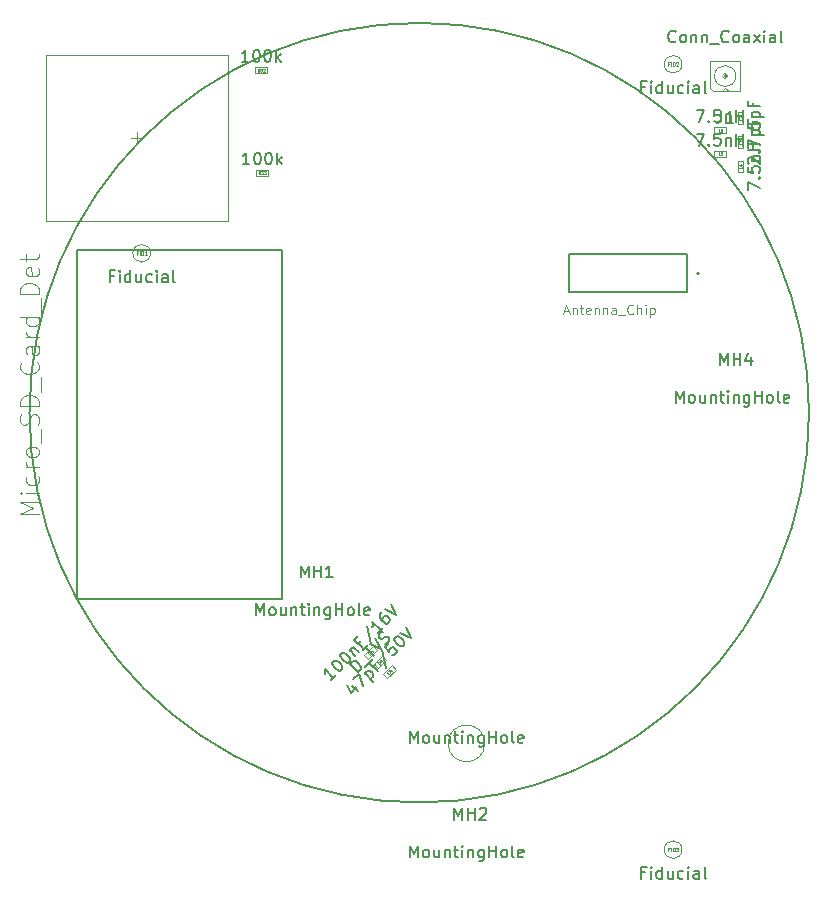
<source format=gbr>
G04 #@! TF.GenerationSoftware,KiCad,Pcbnew,5.1.6+dfsg1-1~bpo10+1*
G04 #@! TF.CreationDate,2021-06-19T16:41:49-04:00*
G04 #@! TF.ProjectId,RUSP_Daughterboard,52555350-5f44-4617-9567-68746572626f,rev?*
G04 #@! TF.SameCoordinates,Original*
G04 #@! TF.FileFunction,Other,Fab,Top*
%FSLAX46Y46*%
G04 Gerber Fmt 4.6, Leading zero omitted, Abs format (unit mm)*
G04 Created by KiCad (PCBNEW 5.1.6+dfsg1-1~bpo10+1) date 2021-06-19 16:41:49*
%MOMM*%
%LPD*%
G01*
G04 APERTURE LIST*
%ADD10C,0.200000*%
%ADD11C,0.120000*%
%ADD12C,0.127000*%
%ADD13C,0.100000*%
%ADD14C,0.150000*%
%ADD15C,0.015000*%
%ADD16C,0.040000*%
%ADD17C,0.050000*%
G04 APERTURE END LIST*
D10*
X183000000Y-100000000D02*
G75*
G03*
X183000000Y-100000000I-33000000J0D01*
G01*
D11*
X155552417Y-128000000D02*
G75*
G03*
X155552417Y-128000000I-1552417J0D01*
G01*
D10*
X173700000Y-88200000D02*
G75*
G03*
X173700000Y-88200000I-100000J0D01*
G01*
D12*
X162700000Y-89800000D02*
X172700000Y-89800000D01*
X162700000Y-86600000D02*
X162700000Y-89800000D01*
X172700000Y-86600000D02*
X162700000Y-86600000D01*
X172700000Y-89800000D02*
X172700000Y-86600000D01*
D13*
X176000000Y-77850000D02*
X176000000Y-78350000D01*
X176000000Y-78350000D02*
X175000000Y-78350000D01*
X175000000Y-78350000D02*
X175000000Y-77850000D01*
X175000000Y-77850000D02*
X176000000Y-77850000D01*
X175900000Y-72500000D02*
X176200000Y-72800000D01*
X175600000Y-72800000D02*
X175900000Y-72500000D01*
X175950000Y-71500000D02*
G75*
G03*
X175950000Y-71500000I-50000J0D01*
G01*
X176025000Y-71500000D02*
G75*
G03*
X176025000Y-71500000I-125000J0D01*
G01*
X176800000Y-71500000D02*
G75*
G03*
X176800000Y-71500000I-900000J0D01*
G01*
X174600000Y-70200000D02*
X177200000Y-70200000D01*
X174600000Y-70200000D02*
X174600000Y-72500000D01*
X174600000Y-72500000D02*
X174900000Y-72800000D01*
X177200000Y-70200000D02*
X177200000Y-72800000D01*
X174900000Y-72800000D02*
X177200000Y-72800000D01*
X176100000Y-71500000D02*
G75*
G03*
X176100000Y-71500000I-200000J0D01*
G01*
X177450000Y-75550000D02*
X176950000Y-75550000D01*
X176950000Y-75550000D02*
X176950000Y-74550000D01*
X176950000Y-74550000D02*
X177450000Y-74550000D01*
X177450000Y-74550000D02*
X177450000Y-75550000D01*
X177450000Y-77550000D02*
X176950000Y-77550000D01*
X176950000Y-77550000D02*
X176950000Y-76550000D01*
X176950000Y-76550000D02*
X177450000Y-76550000D01*
X177450000Y-76550000D02*
X177450000Y-77550000D01*
X146949670Y-122106777D02*
X147656777Y-121399670D01*
X147303223Y-122460330D02*
X146949670Y-122106777D01*
X148010330Y-121753223D02*
X147303223Y-122460330D01*
X147656777Y-121399670D02*
X148010330Y-121753223D01*
X146056777Y-119769670D02*
X146410330Y-120123223D01*
X146410330Y-120123223D02*
X145703223Y-120830330D01*
X145703223Y-120830330D02*
X145349670Y-120476777D01*
X145349670Y-120476777D02*
X146056777Y-119769670D01*
X146866777Y-120579670D02*
X147220330Y-120933223D01*
X147220330Y-120933223D02*
X146513223Y-121640330D01*
X146513223Y-121640330D02*
X146159670Y-121286777D01*
X146159670Y-121286777D02*
X146866777Y-120579670D01*
X127250000Y-86500000D02*
G75*
G03*
X127250000Y-86500000I-750000J0D01*
G01*
X172250000Y-70500000D02*
G75*
G03*
X172250000Y-70500000I-750000J0D01*
G01*
X172250000Y-137000000D02*
G75*
G03*
X172250000Y-137000000I-750000J0D01*
G01*
D14*
X138350000Y-115750000D02*
X121050000Y-115750000D01*
X121050000Y-115750000D02*
X121050000Y-86250000D01*
X121050000Y-86250000D02*
X138350000Y-86250000D01*
X138350000Y-86250000D02*
X138350000Y-115750000D01*
D13*
X118375000Y-69750000D02*
X118375000Y-83750000D01*
X118375000Y-69750000D02*
X133825000Y-69750000D01*
X118375000Y-83750000D02*
X133825000Y-83750000D01*
X133825000Y-69750000D02*
X133825000Y-83750000D01*
X125600000Y-76750000D02*
X126600000Y-76750000D01*
X126100000Y-76250000D02*
X126100000Y-77250000D01*
X136115000Y-70750000D02*
X137115000Y-70750000D01*
X136115000Y-71250000D02*
X136115000Y-70750000D01*
X137115000Y-71250000D02*
X136115000Y-71250000D01*
X137115000Y-70750000D02*
X137115000Y-71250000D01*
X137200000Y-79450000D02*
X137200000Y-79950000D01*
X137200000Y-79950000D02*
X136200000Y-79950000D01*
X136200000Y-79950000D02*
X136200000Y-79450000D01*
X136200000Y-79450000D02*
X137200000Y-79450000D01*
X175000000Y-75850000D02*
X176000000Y-75850000D01*
X175000000Y-76350000D02*
X175000000Y-75850000D01*
X176000000Y-76350000D02*
X175000000Y-76350000D01*
X176000000Y-75850000D02*
X176000000Y-76350000D01*
X177450000Y-79650000D02*
X176950000Y-79650000D01*
X176950000Y-79650000D02*
X176950000Y-78650000D01*
X176950000Y-78650000D02*
X177450000Y-78650000D01*
X177450000Y-78650000D02*
X177450000Y-79650000D01*
D14*
X149214285Y-127952380D02*
X149214285Y-126952380D01*
X149547619Y-127666666D01*
X149880952Y-126952380D01*
X149880952Y-127952380D01*
X150500000Y-127952380D02*
X150404761Y-127904761D01*
X150357142Y-127857142D01*
X150309523Y-127761904D01*
X150309523Y-127476190D01*
X150357142Y-127380952D01*
X150404761Y-127333333D01*
X150500000Y-127285714D01*
X150642857Y-127285714D01*
X150738095Y-127333333D01*
X150785714Y-127380952D01*
X150833333Y-127476190D01*
X150833333Y-127761904D01*
X150785714Y-127857142D01*
X150738095Y-127904761D01*
X150642857Y-127952380D01*
X150500000Y-127952380D01*
X151690476Y-127285714D02*
X151690476Y-127952380D01*
X151261904Y-127285714D02*
X151261904Y-127809523D01*
X151309523Y-127904761D01*
X151404761Y-127952380D01*
X151547619Y-127952380D01*
X151642857Y-127904761D01*
X151690476Y-127857142D01*
X152166666Y-127285714D02*
X152166666Y-127952380D01*
X152166666Y-127380952D02*
X152214285Y-127333333D01*
X152309523Y-127285714D01*
X152452380Y-127285714D01*
X152547619Y-127333333D01*
X152595238Y-127428571D01*
X152595238Y-127952380D01*
X152928571Y-127285714D02*
X153309523Y-127285714D01*
X153071428Y-126952380D02*
X153071428Y-127809523D01*
X153119047Y-127904761D01*
X153214285Y-127952380D01*
X153309523Y-127952380D01*
X153642857Y-127952380D02*
X153642857Y-127285714D01*
X153642857Y-126952380D02*
X153595238Y-127000000D01*
X153642857Y-127047619D01*
X153690476Y-127000000D01*
X153642857Y-126952380D01*
X153642857Y-127047619D01*
X154119047Y-127285714D02*
X154119047Y-127952380D01*
X154119047Y-127380952D02*
X154166666Y-127333333D01*
X154261904Y-127285714D01*
X154404761Y-127285714D01*
X154500000Y-127333333D01*
X154547619Y-127428571D01*
X154547619Y-127952380D01*
X155452380Y-127285714D02*
X155452380Y-128095238D01*
X155404761Y-128190476D01*
X155357142Y-128238095D01*
X155261904Y-128285714D01*
X155119047Y-128285714D01*
X155023809Y-128238095D01*
X155452380Y-127904761D02*
X155357142Y-127952380D01*
X155166666Y-127952380D01*
X155071428Y-127904761D01*
X155023809Y-127857142D01*
X154976190Y-127761904D01*
X154976190Y-127476190D01*
X155023809Y-127380952D01*
X155071428Y-127333333D01*
X155166666Y-127285714D01*
X155357142Y-127285714D01*
X155452380Y-127333333D01*
X155928571Y-127952380D02*
X155928571Y-126952380D01*
X155928571Y-127428571D02*
X156500000Y-127428571D01*
X156500000Y-127952380D02*
X156500000Y-126952380D01*
X157119047Y-127952380D02*
X157023809Y-127904761D01*
X156976190Y-127857142D01*
X156928571Y-127761904D01*
X156928571Y-127476190D01*
X156976190Y-127380952D01*
X157023809Y-127333333D01*
X157119047Y-127285714D01*
X157261904Y-127285714D01*
X157357142Y-127333333D01*
X157404761Y-127380952D01*
X157452380Y-127476190D01*
X157452380Y-127761904D01*
X157404761Y-127857142D01*
X157357142Y-127904761D01*
X157261904Y-127952380D01*
X157119047Y-127952380D01*
X158023809Y-127952380D02*
X157928571Y-127904761D01*
X157880952Y-127809523D01*
X157880952Y-126952380D01*
X158785714Y-127904761D02*
X158690476Y-127952380D01*
X158500000Y-127952380D01*
X158404761Y-127904761D01*
X158357142Y-127809523D01*
X158357142Y-127428571D01*
X158404761Y-127333333D01*
X158500000Y-127285714D01*
X158690476Y-127285714D01*
X158785714Y-127333333D01*
X158833333Y-127428571D01*
X158833333Y-127523809D01*
X158357142Y-127619047D01*
D15*
X162267428Y-91413333D02*
X162648380Y-91413333D01*
X162191238Y-91641904D02*
X162457904Y-90841904D01*
X162724571Y-91641904D01*
X162991238Y-91108571D02*
X162991238Y-91641904D01*
X162991238Y-91184761D02*
X163029333Y-91146666D01*
X163105523Y-91108571D01*
X163219809Y-91108571D01*
X163296000Y-91146666D01*
X163334095Y-91222857D01*
X163334095Y-91641904D01*
X163600761Y-91108571D02*
X163905523Y-91108571D01*
X163715047Y-90841904D02*
X163715047Y-91527619D01*
X163753142Y-91603809D01*
X163829333Y-91641904D01*
X163905523Y-91641904D01*
X164476952Y-91603809D02*
X164400761Y-91641904D01*
X164248380Y-91641904D01*
X164172190Y-91603809D01*
X164134095Y-91527619D01*
X164134095Y-91222857D01*
X164172190Y-91146666D01*
X164248380Y-91108571D01*
X164400761Y-91108571D01*
X164476952Y-91146666D01*
X164515047Y-91222857D01*
X164515047Y-91299047D01*
X164134095Y-91375238D01*
X164857904Y-91108571D02*
X164857904Y-91641904D01*
X164857904Y-91184761D02*
X164896000Y-91146666D01*
X164972190Y-91108571D01*
X165086476Y-91108571D01*
X165162666Y-91146666D01*
X165200761Y-91222857D01*
X165200761Y-91641904D01*
X165581714Y-91108571D02*
X165581714Y-91641904D01*
X165581714Y-91184761D02*
X165619809Y-91146666D01*
X165696000Y-91108571D01*
X165810285Y-91108571D01*
X165886476Y-91146666D01*
X165924571Y-91222857D01*
X165924571Y-91641904D01*
X166648380Y-91641904D02*
X166648380Y-91222857D01*
X166610285Y-91146666D01*
X166534095Y-91108571D01*
X166381714Y-91108571D01*
X166305523Y-91146666D01*
X166648380Y-91603809D02*
X166572190Y-91641904D01*
X166381714Y-91641904D01*
X166305523Y-91603809D01*
X166267428Y-91527619D01*
X166267428Y-91451428D01*
X166305523Y-91375238D01*
X166381714Y-91337142D01*
X166572190Y-91337142D01*
X166648380Y-91299047D01*
X166838857Y-91718095D02*
X167448380Y-91718095D01*
X168096000Y-91565714D02*
X168057904Y-91603809D01*
X167943619Y-91641904D01*
X167867428Y-91641904D01*
X167753142Y-91603809D01*
X167676952Y-91527619D01*
X167638857Y-91451428D01*
X167600761Y-91299047D01*
X167600761Y-91184761D01*
X167638857Y-91032380D01*
X167676952Y-90956190D01*
X167753142Y-90880000D01*
X167867428Y-90841904D01*
X167943619Y-90841904D01*
X168057904Y-90880000D01*
X168096000Y-90918095D01*
X168438857Y-91641904D02*
X168438857Y-90841904D01*
X168781714Y-91641904D02*
X168781714Y-91222857D01*
X168743619Y-91146666D01*
X168667428Y-91108571D01*
X168553142Y-91108571D01*
X168476952Y-91146666D01*
X168438857Y-91184761D01*
X169162666Y-91641904D02*
X169162666Y-91108571D01*
X169162666Y-90841904D02*
X169124571Y-90880000D01*
X169162666Y-90918095D01*
X169200761Y-90880000D01*
X169162666Y-90841904D01*
X169162666Y-90918095D01*
X169543619Y-91108571D02*
X169543619Y-91908571D01*
X169543619Y-91146666D02*
X169619809Y-91108571D01*
X169772190Y-91108571D01*
X169848380Y-91146666D01*
X169886476Y-91184761D01*
X169924571Y-91260952D01*
X169924571Y-91489523D01*
X169886476Y-91565714D01*
X169848380Y-91603809D01*
X169772190Y-91641904D01*
X169619809Y-91641904D01*
X169543619Y-91603809D01*
D14*
X149214285Y-137652380D02*
X149214285Y-136652380D01*
X149547619Y-137366666D01*
X149880952Y-136652380D01*
X149880952Y-137652380D01*
X150500000Y-137652380D02*
X150404761Y-137604761D01*
X150357142Y-137557142D01*
X150309523Y-137461904D01*
X150309523Y-137176190D01*
X150357142Y-137080952D01*
X150404761Y-137033333D01*
X150500000Y-136985714D01*
X150642857Y-136985714D01*
X150738095Y-137033333D01*
X150785714Y-137080952D01*
X150833333Y-137176190D01*
X150833333Y-137461904D01*
X150785714Y-137557142D01*
X150738095Y-137604761D01*
X150642857Y-137652380D01*
X150500000Y-137652380D01*
X151690476Y-136985714D02*
X151690476Y-137652380D01*
X151261904Y-136985714D02*
X151261904Y-137509523D01*
X151309523Y-137604761D01*
X151404761Y-137652380D01*
X151547619Y-137652380D01*
X151642857Y-137604761D01*
X151690476Y-137557142D01*
X152166666Y-136985714D02*
X152166666Y-137652380D01*
X152166666Y-137080952D02*
X152214285Y-137033333D01*
X152309523Y-136985714D01*
X152452380Y-136985714D01*
X152547619Y-137033333D01*
X152595238Y-137128571D01*
X152595238Y-137652380D01*
X152928571Y-136985714D02*
X153309523Y-136985714D01*
X153071428Y-136652380D02*
X153071428Y-137509523D01*
X153119047Y-137604761D01*
X153214285Y-137652380D01*
X153309523Y-137652380D01*
X153642857Y-137652380D02*
X153642857Y-136985714D01*
X153642857Y-136652380D02*
X153595238Y-136700000D01*
X153642857Y-136747619D01*
X153690476Y-136700000D01*
X153642857Y-136652380D01*
X153642857Y-136747619D01*
X154119047Y-136985714D02*
X154119047Y-137652380D01*
X154119047Y-137080952D02*
X154166666Y-137033333D01*
X154261904Y-136985714D01*
X154404761Y-136985714D01*
X154500000Y-137033333D01*
X154547619Y-137128571D01*
X154547619Y-137652380D01*
X155452380Y-136985714D02*
X155452380Y-137795238D01*
X155404761Y-137890476D01*
X155357142Y-137938095D01*
X155261904Y-137985714D01*
X155119047Y-137985714D01*
X155023809Y-137938095D01*
X155452380Y-137604761D02*
X155357142Y-137652380D01*
X155166666Y-137652380D01*
X155071428Y-137604761D01*
X155023809Y-137557142D01*
X154976190Y-137461904D01*
X154976190Y-137176190D01*
X155023809Y-137080952D01*
X155071428Y-137033333D01*
X155166666Y-136985714D01*
X155357142Y-136985714D01*
X155452380Y-137033333D01*
X155928571Y-137652380D02*
X155928571Y-136652380D01*
X155928571Y-137128571D02*
X156500000Y-137128571D01*
X156500000Y-137652380D02*
X156500000Y-136652380D01*
X157119047Y-137652380D02*
X157023809Y-137604761D01*
X156976190Y-137557142D01*
X156928571Y-137461904D01*
X156928571Y-137176190D01*
X156976190Y-137080952D01*
X157023809Y-137033333D01*
X157119047Y-136985714D01*
X157261904Y-136985714D01*
X157357142Y-137033333D01*
X157404761Y-137080952D01*
X157452380Y-137176190D01*
X157452380Y-137461904D01*
X157404761Y-137557142D01*
X157357142Y-137604761D01*
X157261904Y-137652380D01*
X157119047Y-137652380D01*
X158023809Y-137652380D02*
X157928571Y-137604761D01*
X157880952Y-137509523D01*
X157880952Y-136652380D01*
X158785714Y-137604761D02*
X158690476Y-137652380D01*
X158500000Y-137652380D01*
X158404761Y-137604761D01*
X158357142Y-137509523D01*
X158357142Y-137128571D01*
X158404761Y-137033333D01*
X158500000Y-136985714D01*
X158690476Y-136985714D01*
X158785714Y-137033333D01*
X158833333Y-137128571D01*
X158833333Y-137223809D01*
X158357142Y-137319047D01*
X152966666Y-134452380D02*
X152966666Y-133452380D01*
X153300000Y-134166666D01*
X153633333Y-133452380D01*
X153633333Y-134452380D01*
X154109523Y-134452380D02*
X154109523Y-133452380D01*
X154109523Y-133928571D02*
X154680952Y-133928571D01*
X154680952Y-134452380D02*
X154680952Y-133452380D01*
X155109523Y-133547619D02*
X155157142Y-133500000D01*
X155252380Y-133452380D01*
X155490476Y-133452380D01*
X155585714Y-133500000D01*
X155633333Y-133547619D01*
X155680952Y-133642857D01*
X155680952Y-133738095D01*
X155633333Y-133880952D01*
X155061904Y-134452380D01*
X155680952Y-134452380D01*
X173476190Y-76382380D02*
X174142857Y-76382380D01*
X173714285Y-77382380D01*
X174523809Y-77287142D02*
X174571428Y-77334761D01*
X174523809Y-77382380D01*
X174476190Y-77334761D01*
X174523809Y-77287142D01*
X174523809Y-77382380D01*
X175476190Y-76382380D02*
X175000000Y-76382380D01*
X174952380Y-76858571D01*
X175000000Y-76810952D01*
X175095238Y-76763333D01*
X175333333Y-76763333D01*
X175428571Y-76810952D01*
X175476190Y-76858571D01*
X175523809Y-76953809D01*
X175523809Y-77191904D01*
X175476190Y-77287142D01*
X175428571Y-77334761D01*
X175333333Y-77382380D01*
X175095238Y-77382380D01*
X175000000Y-77334761D01*
X174952380Y-77287142D01*
X175952380Y-76715714D02*
X175952380Y-77382380D01*
X175952380Y-76810952D02*
X176000000Y-76763333D01*
X176095238Y-76715714D01*
X176238095Y-76715714D01*
X176333333Y-76763333D01*
X176380952Y-76858571D01*
X176380952Y-77382380D01*
X176857142Y-77382380D02*
X176857142Y-76382380D01*
X176857142Y-76858571D02*
X177428571Y-76858571D01*
X177428571Y-77382380D02*
X177428571Y-76382380D01*
D16*
X175458333Y-78213095D02*
X175339285Y-78213095D01*
X175339285Y-77963095D01*
X175529761Y-77986904D02*
X175541666Y-77975000D01*
X175565476Y-77963095D01*
X175625000Y-77963095D01*
X175648809Y-77975000D01*
X175660714Y-77986904D01*
X175672619Y-78010714D01*
X175672619Y-78034523D01*
X175660714Y-78070238D01*
X175517857Y-78213095D01*
X175672619Y-78213095D01*
D14*
X171709523Y-68555142D02*
X171661904Y-68602761D01*
X171519047Y-68650380D01*
X171423809Y-68650380D01*
X171280952Y-68602761D01*
X171185714Y-68507523D01*
X171138095Y-68412285D01*
X171090476Y-68221809D01*
X171090476Y-68078952D01*
X171138095Y-67888476D01*
X171185714Y-67793238D01*
X171280952Y-67698000D01*
X171423809Y-67650380D01*
X171519047Y-67650380D01*
X171661904Y-67698000D01*
X171709523Y-67745619D01*
X172280952Y-68650380D02*
X172185714Y-68602761D01*
X172138095Y-68555142D01*
X172090476Y-68459904D01*
X172090476Y-68174190D01*
X172138095Y-68078952D01*
X172185714Y-68031333D01*
X172280952Y-67983714D01*
X172423809Y-67983714D01*
X172519047Y-68031333D01*
X172566666Y-68078952D01*
X172614285Y-68174190D01*
X172614285Y-68459904D01*
X172566666Y-68555142D01*
X172519047Y-68602761D01*
X172423809Y-68650380D01*
X172280952Y-68650380D01*
X173042857Y-67983714D02*
X173042857Y-68650380D01*
X173042857Y-68078952D02*
X173090476Y-68031333D01*
X173185714Y-67983714D01*
X173328571Y-67983714D01*
X173423809Y-68031333D01*
X173471428Y-68126571D01*
X173471428Y-68650380D01*
X173947619Y-67983714D02*
X173947619Y-68650380D01*
X173947619Y-68078952D02*
X173995238Y-68031333D01*
X174090476Y-67983714D01*
X174233333Y-67983714D01*
X174328571Y-68031333D01*
X174376190Y-68126571D01*
X174376190Y-68650380D01*
X174614285Y-68745619D02*
X175376190Y-68745619D01*
X176185714Y-68555142D02*
X176138095Y-68602761D01*
X175995238Y-68650380D01*
X175900000Y-68650380D01*
X175757142Y-68602761D01*
X175661904Y-68507523D01*
X175614285Y-68412285D01*
X175566666Y-68221809D01*
X175566666Y-68078952D01*
X175614285Y-67888476D01*
X175661904Y-67793238D01*
X175757142Y-67698000D01*
X175900000Y-67650380D01*
X175995238Y-67650380D01*
X176138095Y-67698000D01*
X176185714Y-67745619D01*
X176757142Y-68650380D02*
X176661904Y-68602761D01*
X176614285Y-68555142D01*
X176566666Y-68459904D01*
X176566666Y-68174190D01*
X176614285Y-68078952D01*
X176661904Y-68031333D01*
X176757142Y-67983714D01*
X176900000Y-67983714D01*
X176995238Y-68031333D01*
X177042857Y-68078952D01*
X177090476Y-68174190D01*
X177090476Y-68459904D01*
X177042857Y-68555142D01*
X176995238Y-68602761D01*
X176900000Y-68650380D01*
X176757142Y-68650380D01*
X177947619Y-68650380D02*
X177947619Y-68126571D01*
X177900000Y-68031333D01*
X177804761Y-67983714D01*
X177614285Y-67983714D01*
X177519047Y-68031333D01*
X177947619Y-68602761D02*
X177852380Y-68650380D01*
X177614285Y-68650380D01*
X177519047Y-68602761D01*
X177471428Y-68507523D01*
X177471428Y-68412285D01*
X177519047Y-68317047D01*
X177614285Y-68269428D01*
X177852380Y-68269428D01*
X177947619Y-68221809D01*
X178328571Y-68650380D02*
X178852380Y-67983714D01*
X178328571Y-67983714D02*
X178852380Y-68650380D01*
X179233333Y-68650380D02*
X179233333Y-67983714D01*
X179233333Y-67650380D02*
X179185714Y-67698000D01*
X179233333Y-67745619D01*
X179280952Y-67698000D01*
X179233333Y-67650380D01*
X179233333Y-67745619D01*
X180138095Y-68650380D02*
X180138095Y-68126571D01*
X180090476Y-68031333D01*
X179995238Y-67983714D01*
X179804761Y-67983714D01*
X179709523Y-68031333D01*
X180138095Y-68602761D02*
X180042857Y-68650380D01*
X179804761Y-68650380D01*
X179709523Y-68602761D01*
X179661904Y-68507523D01*
X179661904Y-68412285D01*
X179709523Y-68317047D01*
X179804761Y-68269428D01*
X180042857Y-68269428D01*
X180138095Y-68221809D01*
X180757142Y-68650380D02*
X180661904Y-68602761D01*
X180614285Y-68507523D01*
X180614285Y-67650380D01*
X175566666Y-74452380D02*
X175566666Y-75166666D01*
X175519047Y-75309523D01*
X175423809Y-75404761D01*
X175280952Y-75452380D01*
X175185714Y-75452380D01*
X176566666Y-75452380D02*
X175995238Y-75452380D01*
X176280952Y-75452380D02*
X176280952Y-74452380D01*
X176185714Y-74595238D01*
X176090476Y-74690476D01*
X175995238Y-74738095D01*
X178727142Y-76407142D02*
X178774761Y-76359523D01*
X178822380Y-76407142D01*
X178774761Y-76454761D01*
X178727142Y-76407142D01*
X178822380Y-76407142D01*
X177822380Y-75454761D02*
X177822380Y-75930952D01*
X178298571Y-75978571D01*
X178250952Y-75930952D01*
X178203333Y-75835714D01*
X178203333Y-75597619D01*
X178250952Y-75502380D01*
X178298571Y-75454761D01*
X178393809Y-75407142D01*
X178631904Y-75407142D01*
X178727142Y-75454761D01*
X178774761Y-75502380D01*
X178822380Y-75597619D01*
X178822380Y-75835714D01*
X178774761Y-75930952D01*
X178727142Y-75978571D01*
X178155714Y-74978571D02*
X179155714Y-74978571D01*
X178203333Y-74978571D02*
X178155714Y-74883333D01*
X178155714Y-74692857D01*
X178203333Y-74597619D01*
X178250952Y-74550000D01*
X178346190Y-74502380D01*
X178631904Y-74502380D01*
X178727142Y-74550000D01*
X178774761Y-74597619D01*
X178822380Y-74692857D01*
X178822380Y-74883333D01*
X178774761Y-74978571D01*
X178298571Y-73740476D02*
X178298571Y-74073809D01*
X178822380Y-74073809D02*
X177822380Y-74073809D01*
X177822380Y-73597619D01*
D16*
X177289285Y-75091666D02*
X177301190Y-75103571D01*
X177313095Y-75139285D01*
X177313095Y-75163095D01*
X177301190Y-75198809D01*
X177277380Y-75222619D01*
X177253571Y-75234523D01*
X177205952Y-75246428D01*
X177170238Y-75246428D01*
X177122619Y-75234523D01*
X177098809Y-75222619D01*
X177075000Y-75198809D01*
X177063095Y-75163095D01*
X177063095Y-75139285D01*
X177075000Y-75103571D01*
X177086904Y-75091666D01*
X177063095Y-75008333D02*
X177063095Y-74841666D01*
X177313095Y-74948809D01*
D14*
X177917619Y-78930952D02*
X177870000Y-78883333D01*
X177822380Y-78788095D01*
X177822380Y-78550000D01*
X177870000Y-78454761D01*
X177917619Y-78407142D01*
X178012857Y-78359523D01*
X178108095Y-78359523D01*
X178250952Y-78407142D01*
X178822380Y-78978571D01*
X178822380Y-78359523D01*
X178727142Y-77930952D02*
X178774761Y-77883333D01*
X178822380Y-77930952D01*
X178774761Y-77978571D01*
X178727142Y-77930952D01*
X178822380Y-77930952D01*
X177822380Y-77550000D02*
X177822380Y-76883333D01*
X178822380Y-77311904D01*
X178155714Y-76502380D02*
X179155714Y-76502380D01*
X178203333Y-76502380D02*
X178155714Y-76407142D01*
X178155714Y-76216666D01*
X178203333Y-76121428D01*
X178250952Y-76073809D01*
X178346190Y-76026190D01*
X178631904Y-76026190D01*
X178727142Y-76073809D01*
X178774761Y-76121428D01*
X178822380Y-76216666D01*
X178822380Y-76407142D01*
X178774761Y-76502380D01*
X178298571Y-75264285D02*
X178298571Y-75597619D01*
X178822380Y-75597619D02*
X177822380Y-75597619D01*
X177822380Y-75121428D01*
D16*
X177289285Y-77091666D02*
X177301190Y-77103571D01*
X177313095Y-77139285D01*
X177313095Y-77163095D01*
X177301190Y-77198809D01*
X177277380Y-77222619D01*
X177253571Y-77234523D01*
X177205952Y-77246428D01*
X177170238Y-77246428D01*
X177122619Y-77234523D01*
X177098809Y-77222619D01*
X177075000Y-77198809D01*
X177063095Y-77163095D01*
X177063095Y-77139285D01*
X177075000Y-77103571D01*
X177086904Y-77091666D01*
X177063095Y-76877380D02*
X177063095Y-76925000D01*
X177075000Y-76948809D01*
X177086904Y-76960714D01*
X177122619Y-76984523D01*
X177170238Y-76996428D01*
X177265476Y-76996428D01*
X177289285Y-76984523D01*
X177301190Y-76972619D01*
X177313095Y-76948809D01*
X177313095Y-76901190D01*
X177301190Y-76877380D01*
X177289285Y-76865476D01*
X177265476Y-76853571D01*
X177205952Y-76853571D01*
X177182142Y-76865476D01*
X177170238Y-76877380D01*
X177158333Y-76901190D01*
X177158333Y-76948809D01*
X177170238Y-76972619D01*
X177182142Y-76984523D01*
X177205952Y-76996428D01*
D14*
X144329334Y-123122990D02*
X144800738Y-123594394D01*
X143891601Y-123021974D02*
X144228318Y-123695409D01*
X144666051Y-123257677D01*
X144396677Y-122584242D02*
X144868082Y-122112837D01*
X145272143Y-123122990D01*
X145373158Y-122079165D02*
X146080265Y-122786272D01*
X145406830Y-122112837D02*
X145440501Y-122011822D01*
X145575188Y-121877135D01*
X145676204Y-121843463D01*
X145743547Y-121843463D01*
X145844562Y-121877135D01*
X146046593Y-122079165D01*
X146080265Y-122180181D01*
X146080265Y-122247524D01*
X146046593Y-122348539D01*
X145911906Y-122483226D01*
X145810891Y-122516898D01*
X146349639Y-121304715D02*
X146113936Y-121540417D01*
X146484326Y-121910807D02*
X145777219Y-121203700D01*
X146113936Y-120866982D01*
X146854715Y-120058860D02*
X147157761Y-121574089D01*
X147460807Y-119520112D02*
X147124089Y-119856830D01*
X147427135Y-120227219D01*
X147427135Y-120159875D01*
X147460807Y-120058860D01*
X147629165Y-119890501D01*
X147730181Y-119856830D01*
X147797524Y-119856830D01*
X147898539Y-119890501D01*
X148066898Y-120058860D01*
X148100570Y-120159875D01*
X148100570Y-120227219D01*
X148066898Y-120328234D01*
X147898539Y-120496593D01*
X147797524Y-120530265D01*
X147730181Y-120530265D01*
X147932211Y-119048708D02*
X147999555Y-118981364D01*
X148100570Y-118947692D01*
X148167913Y-118947692D01*
X148268929Y-118981364D01*
X148437287Y-119082379D01*
X148605646Y-119250738D01*
X148706661Y-119419097D01*
X148740333Y-119520112D01*
X148740333Y-119587456D01*
X148706661Y-119688471D01*
X148639318Y-119755814D01*
X148538303Y-119789486D01*
X148470959Y-119789486D01*
X148369944Y-119755814D01*
X148201585Y-119654799D01*
X148033226Y-119486440D01*
X147932211Y-119318082D01*
X147898539Y-119217066D01*
X147898539Y-119149723D01*
X147932211Y-119048708D01*
X148369944Y-118610975D02*
X149312753Y-119082379D01*
X148841348Y-118139570D01*
D16*
X147513671Y-122022597D02*
X147513671Y-122039433D01*
X147496835Y-122073104D01*
X147480000Y-122089940D01*
X147446328Y-122106776D01*
X147412656Y-122106776D01*
X147387402Y-122098358D01*
X147345312Y-122073104D01*
X147320059Y-122047851D01*
X147294805Y-122005761D01*
X147286387Y-121980507D01*
X147286387Y-121946835D01*
X147303223Y-121913164D01*
X147320059Y-121896328D01*
X147353730Y-121879492D01*
X147370566Y-121879492D01*
X147564179Y-121770059D02*
X147682030Y-121887910D01*
X147454746Y-121744805D02*
X147538925Y-121913164D01*
X147648358Y-121803730D01*
D14*
X142931364Y-122233768D02*
X142527303Y-122637829D01*
X142729334Y-122435799D02*
X142022227Y-121728692D01*
X142055899Y-121897051D01*
X142055899Y-122031738D01*
X142022227Y-122132753D01*
X142661990Y-121088929D02*
X142729334Y-121021585D01*
X142830349Y-120987913D01*
X142897692Y-120987913D01*
X142998708Y-121021585D01*
X143167066Y-121122600D01*
X143335425Y-121290959D01*
X143436440Y-121459318D01*
X143470112Y-121560333D01*
X143470112Y-121627677D01*
X143436440Y-121728692D01*
X143369097Y-121796035D01*
X143268082Y-121829707D01*
X143200738Y-121829707D01*
X143099723Y-121796035D01*
X142931364Y-121695020D01*
X142763005Y-121526661D01*
X142661990Y-121358303D01*
X142628318Y-121257287D01*
X142628318Y-121189944D01*
X142661990Y-121088929D01*
X143335425Y-120415494D02*
X143402769Y-120348150D01*
X143503784Y-120314478D01*
X143571127Y-120314478D01*
X143672143Y-120348150D01*
X143840501Y-120449165D01*
X144008860Y-120617524D01*
X144109875Y-120785883D01*
X144143547Y-120886898D01*
X144143547Y-120954242D01*
X144109875Y-121055257D01*
X144042532Y-121122600D01*
X143941517Y-121156272D01*
X143874173Y-121156272D01*
X143773158Y-121122600D01*
X143604799Y-121021585D01*
X143436440Y-120853226D01*
X143335425Y-120684868D01*
X143301753Y-120583852D01*
X143301753Y-120516509D01*
X143335425Y-120415494D01*
X144109875Y-120112448D02*
X144581280Y-120583852D01*
X144177219Y-120179791D02*
X144177219Y-120112448D01*
X144210891Y-120011433D01*
X144311906Y-119910417D01*
X144412921Y-119876746D01*
X144513936Y-119910417D01*
X144884326Y-120280807D01*
X145086356Y-119337997D02*
X144850654Y-119573700D01*
X145221043Y-119944089D02*
X144513936Y-119236982D01*
X144850654Y-118900265D01*
X145591433Y-118092143D02*
X145894478Y-119607372D01*
X146938303Y-118226830D02*
X146534242Y-118630891D01*
X146736272Y-118428860D02*
X146029165Y-117721753D01*
X146062837Y-117890112D01*
X146062837Y-118024799D01*
X146029165Y-118125814D01*
X146837287Y-116913631D02*
X146702600Y-117048318D01*
X146668929Y-117149334D01*
X146668929Y-117216677D01*
X146702600Y-117385036D01*
X146803616Y-117553395D01*
X147072990Y-117822769D01*
X147174005Y-117856440D01*
X147241348Y-117856440D01*
X147342364Y-117822769D01*
X147477051Y-117688082D01*
X147510722Y-117587066D01*
X147510722Y-117519723D01*
X147477051Y-117418708D01*
X147308692Y-117250349D01*
X147207677Y-117216677D01*
X147140333Y-117216677D01*
X147039318Y-117250349D01*
X146904631Y-117385036D01*
X146870959Y-117486051D01*
X146870959Y-117553395D01*
X146904631Y-117654410D01*
X147106661Y-116644257D02*
X148049470Y-117115662D01*
X147578066Y-116172853D01*
D16*
X145913671Y-120392597D02*
X145913671Y-120409433D01*
X145896835Y-120443104D01*
X145880000Y-120459940D01*
X145846328Y-120476776D01*
X145812656Y-120476776D01*
X145787402Y-120468358D01*
X145745312Y-120443104D01*
X145720059Y-120417851D01*
X145694805Y-120375761D01*
X145686387Y-120350507D01*
X145686387Y-120316835D01*
X145703223Y-120283164D01*
X145720059Y-120266328D01*
X145753730Y-120249492D01*
X145770566Y-120249492D01*
X145913671Y-120072715D02*
X145829492Y-120156895D01*
X145905253Y-120249492D01*
X145905253Y-120232656D01*
X145913671Y-120207402D01*
X145955761Y-120165312D01*
X145981015Y-120156895D01*
X145997851Y-120156895D01*
X146023104Y-120165312D01*
X146065194Y-120207402D01*
X146073612Y-120232656D01*
X146073612Y-120249492D01*
X146065194Y-120274746D01*
X146023104Y-120316835D01*
X145997851Y-120325253D01*
X145981015Y-120325253D01*
D14*
X144818860Y-121966272D02*
X144111753Y-121259165D01*
X144280112Y-121090807D01*
X144414799Y-121023463D01*
X144549486Y-121023463D01*
X144650501Y-121057135D01*
X144818860Y-121158150D01*
X144919875Y-121259165D01*
X145020891Y-121427524D01*
X145054562Y-121528539D01*
X145054562Y-121663226D01*
X144987219Y-121797913D01*
X144818860Y-121966272D01*
X145424952Y-121494868D02*
X145963700Y-120956120D01*
X145256593Y-120114326D02*
X145660654Y-119710265D01*
X146165730Y-120619402D02*
X145458623Y-119912295D01*
X145795341Y-119575578D02*
X146738150Y-120046982D01*
X146266746Y-119104173D01*
X147142211Y-119575578D02*
X147276898Y-119508234D01*
X147445257Y-119339875D01*
X147478929Y-119238860D01*
X147478929Y-119171517D01*
X147445257Y-119070501D01*
X147377913Y-119003158D01*
X147276898Y-118969486D01*
X147209555Y-118969486D01*
X147108539Y-119003158D01*
X146940181Y-119104173D01*
X146839165Y-119137845D01*
X146771822Y-119137845D01*
X146670807Y-119104173D01*
X146603463Y-119036830D01*
X146569791Y-118935814D01*
X146569791Y-118868471D01*
X146603463Y-118767456D01*
X146771822Y-118599097D01*
X146906509Y-118531753D01*
D16*
X146639492Y-121320448D02*
X146462715Y-121143671D01*
X146504805Y-121101582D01*
X146538477Y-121084746D01*
X146572148Y-121084746D01*
X146597402Y-121093164D01*
X146639492Y-121118417D01*
X146664746Y-121143671D01*
X146690000Y-121185761D01*
X146698417Y-121211015D01*
X146698417Y-121244687D01*
X146681582Y-121278358D01*
X146639492Y-121320448D01*
X146774179Y-120950059D02*
X146892030Y-121067910D01*
X146664746Y-120924805D02*
X146748925Y-121093164D01*
X146858358Y-120983730D01*
D14*
X124119047Y-88428571D02*
X123785714Y-88428571D01*
X123785714Y-88952380D02*
X123785714Y-87952380D01*
X124261904Y-87952380D01*
X124642857Y-88952380D02*
X124642857Y-88285714D01*
X124642857Y-87952380D02*
X124595238Y-88000000D01*
X124642857Y-88047619D01*
X124690476Y-88000000D01*
X124642857Y-87952380D01*
X124642857Y-88047619D01*
X125547619Y-88952380D02*
X125547619Y-87952380D01*
X125547619Y-88904761D02*
X125452380Y-88952380D01*
X125261904Y-88952380D01*
X125166666Y-88904761D01*
X125119047Y-88857142D01*
X125071428Y-88761904D01*
X125071428Y-88476190D01*
X125119047Y-88380952D01*
X125166666Y-88333333D01*
X125261904Y-88285714D01*
X125452380Y-88285714D01*
X125547619Y-88333333D01*
X126452380Y-88285714D02*
X126452380Y-88952380D01*
X126023809Y-88285714D02*
X126023809Y-88809523D01*
X126071428Y-88904761D01*
X126166666Y-88952380D01*
X126309523Y-88952380D01*
X126404761Y-88904761D01*
X126452380Y-88857142D01*
X127357142Y-88904761D02*
X127261904Y-88952380D01*
X127071428Y-88952380D01*
X126976190Y-88904761D01*
X126928571Y-88857142D01*
X126880952Y-88761904D01*
X126880952Y-88476190D01*
X126928571Y-88380952D01*
X126976190Y-88333333D01*
X127071428Y-88285714D01*
X127261904Y-88285714D01*
X127357142Y-88333333D01*
X127785714Y-88952380D02*
X127785714Y-88285714D01*
X127785714Y-87952380D02*
X127738095Y-88000000D01*
X127785714Y-88047619D01*
X127833333Y-88000000D01*
X127785714Y-87952380D01*
X127785714Y-88047619D01*
X128690476Y-88952380D02*
X128690476Y-88428571D01*
X128642857Y-88333333D01*
X128547619Y-88285714D01*
X128357142Y-88285714D01*
X128261904Y-88333333D01*
X128690476Y-88904761D02*
X128595238Y-88952380D01*
X128357142Y-88952380D01*
X128261904Y-88904761D01*
X128214285Y-88809523D01*
X128214285Y-88714285D01*
X128261904Y-88619047D01*
X128357142Y-88571428D01*
X128595238Y-88571428D01*
X128690476Y-88523809D01*
X129309523Y-88952380D02*
X129214285Y-88904761D01*
X129166666Y-88809523D01*
X129166666Y-87952380D01*
D17*
X126178571Y-86478571D02*
X126078571Y-86478571D01*
X126078571Y-86635714D02*
X126078571Y-86335714D01*
X126221428Y-86335714D01*
X126335714Y-86635714D02*
X126335714Y-86335714D01*
X126478571Y-86635714D02*
X126478571Y-86335714D01*
X126550000Y-86335714D01*
X126592857Y-86350000D01*
X126621428Y-86378571D01*
X126635714Y-86407142D01*
X126650000Y-86464285D01*
X126650000Y-86507142D01*
X126635714Y-86564285D01*
X126621428Y-86592857D01*
X126592857Y-86621428D01*
X126550000Y-86635714D01*
X126478571Y-86635714D01*
X126935714Y-86635714D02*
X126764285Y-86635714D01*
X126850000Y-86635714D02*
X126850000Y-86335714D01*
X126821428Y-86378571D01*
X126792857Y-86407142D01*
X126764285Y-86421428D01*
D14*
X169119047Y-72428571D02*
X168785714Y-72428571D01*
X168785714Y-72952380D02*
X168785714Y-71952380D01*
X169261904Y-71952380D01*
X169642857Y-72952380D02*
X169642857Y-72285714D01*
X169642857Y-71952380D02*
X169595238Y-72000000D01*
X169642857Y-72047619D01*
X169690476Y-72000000D01*
X169642857Y-71952380D01*
X169642857Y-72047619D01*
X170547619Y-72952380D02*
X170547619Y-71952380D01*
X170547619Y-72904761D02*
X170452380Y-72952380D01*
X170261904Y-72952380D01*
X170166666Y-72904761D01*
X170119047Y-72857142D01*
X170071428Y-72761904D01*
X170071428Y-72476190D01*
X170119047Y-72380952D01*
X170166666Y-72333333D01*
X170261904Y-72285714D01*
X170452380Y-72285714D01*
X170547619Y-72333333D01*
X171452380Y-72285714D02*
X171452380Y-72952380D01*
X171023809Y-72285714D02*
X171023809Y-72809523D01*
X171071428Y-72904761D01*
X171166666Y-72952380D01*
X171309523Y-72952380D01*
X171404761Y-72904761D01*
X171452380Y-72857142D01*
X172357142Y-72904761D02*
X172261904Y-72952380D01*
X172071428Y-72952380D01*
X171976190Y-72904761D01*
X171928571Y-72857142D01*
X171880952Y-72761904D01*
X171880952Y-72476190D01*
X171928571Y-72380952D01*
X171976190Y-72333333D01*
X172071428Y-72285714D01*
X172261904Y-72285714D01*
X172357142Y-72333333D01*
X172785714Y-72952380D02*
X172785714Y-72285714D01*
X172785714Y-71952380D02*
X172738095Y-72000000D01*
X172785714Y-72047619D01*
X172833333Y-72000000D01*
X172785714Y-71952380D01*
X172785714Y-72047619D01*
X173690476Y-72952380D02*
X173690476Y-72428571D01*
X173642857Y-72333333D01*
X173547619Y-72285714D01*
X173357142Y-72285714D01*
X173261904Y-72333333D01*
X173690476Y-72904761D02*
X173595238Y-72952380D01*
X173357142Y-72952380D01*
X173261904Y-72904761D01*
X173214285Y-72809523D01*
X173214285Y-72714285D01*
X173261904Y-72619047D01*
X173357142Y-72571428D01*
X173595238Y-72571428D01*
X173690476Y-72523809D01*
X174309523Y-72952380D02*
X174214285Y-72904761D01*
X174166666Y-72809523D01*
X174166666Y-71952380D01*
D17*
X171178571Y-70478571D02*
X171078571Y-70478571D01*
X171078571Y-70635714D02*
X171078571Y-70335714D01*
X171221428Y-70335714D01*
X171335714Y-70635714D02*
X171335714Y-70335714D01*
X171478571Y-70635714D02*
X171478571Y-70335714D01*
X171550000Y-70335714D01*
X171592857Y-70350000D01*
X171621428Y-70378571D01*
X171635714Y-70407142D01*
X171650000Y-70464285D01*
X171650000Y-70507142D01*
X171635714Y-70564285D01*
X171621428Y-70592857D01*
X171592857Y-70621428D01*
X171550000Y-70635714D01*
X171478571Y-70635714D01*
X171764285Y-70364285D02*
X171778571Y-70350000D01*
X171807142Y-70335714D01*
X171878571Y-70335714D01*
X171907142Y-70350000D01*
X171921428Y-70364285D01*
X171935714Y-70392857D01*
X171935714Y-70421428D01*
X171921428Y-70464285D01*
X171750000Y-70635714D01*
X171935714Y-70635714D01*
D14*
X169119047Y-138928571D02*
X168785714Y-138928571D01*
X168785714Y-139452380D02*
X168785714Y-138452380D01*
X169261904Y-138452380D01*
X169642857Y-139452380D02*
X169642857Y-138785714D01*
X169642857Y-138452380D02*
X169595238Y-138500000D01*
X169642857Y-138547619D01*
X169690476Y-138500000D01*
X169642857Y-138452380D01*
X169642857Y-138547619D01*
X170547619Y-139452380D02*
X170547619Y-138452380D01*
X170547619Y-139404761D02*
X170452380Y-139452380D01*
X170261904Y-139452380D01*
X170166666Y-139404761D01*
X170119047Y-139357142D01*
X170071428Y-139261904D01*
X170071428Y-138976190D01*
X170119047Y-138880952D01*
X170166666Y-138833333D01*
X170261904Y-138785714D01*
X170452380Y-138785714D01*
X170547619Y-138833333D01*
X171452380Y-138785714D02*
X171452380Y-139452380D01*
X171023809Y-138785714D02*
X171023809Y-139309523D01*
X171071428Y-139404761D01*
X171166666Y-139452380D01*
X171309523Y-139452380D01*
X171404761Y-139404761D01*
X171452380Y-139357142D01*
X172357142Y-139404761D02*
X172261904Y-139452380D01*
X172071428Y-139452380D01*
X171976190Y-139404761D01*
X171928571Y-139357142D01*
X171880952Y-139261904D01*
X171880952Y-138976190D01*
X171928571Y-138880952D01*
X171976190Y-138833333D01*
X172071428Y-138785714D01*
X172261904Y-138785714D01*
X172357142Y-138833333D01*
X172785714Y-139452380D02*
X172785714Y-138785714D01*
X172785714Y-138452380D02*
X172738095Y-138500000D01*
X172785714Y-138547619D01*
X172833333Y-138500000D01*
X172785714Y-138452380D01*
X172785714Y-138547619D01*
X173690476Y-139452380D02*
X173690476Y-138928571D01*
X173642857Y-138833333D01*
X173547619Y-138785714D01*
X173357142Y-138785714D01*
X173261904Y-138833333D01*
X173690476Y-139404761D02*
X173595238Y-139452380D01*
X173357142Y-139452380D01*
X173261904Y-139404761D01*
X173214285Y-139309523D01*
X173214285Y-139214285D01*
X173261904Y-139119047D01*
X173357142Y-139071428D01*
X173595238Y-139071428D01*
X173690476Y-139023809D01*
X174309523Y-139452380D02*
X174214285Y-139404761D01*
X174166666Y-139309523D01*
X174166666Y-138452380D01*
D17*
X171178571Y-136978571D02*
X171078571Y-136978571D01*
X171078571Y-137135714D02*
X171078571Y-136835714D01*
X171221428Y-136835714D01*
X171335714Y-137135714D02*
X171335714Y-136835714D01*
X171478571Y-137135714D02*
X171478571Y-136835714D01*
X171550000Y-136835714D01*
X171592857Y-136850000D01*
X171621428Y-136878571D01*
X171635714Y-136907142D01*
X171650000Y-136964285D01*
X171650000Y-137007142D01*
X171635714Y-137064285D01*
X171621428Y-137092857D01*
X171592857Y-137121428D01*
X171550000Y-137135714D01*
X171478571Y-137135714D01*
X171750000Y-136835714D02*
X171935714Y-136835714D01*
X171835714Y-136950000D01*
X171878571Y-136950000D01*
X171907142Y-136964285D01*
X171921428Y-136978571D01*
X171935714Y-137007142D01*
X171935714Y-137078571D01*
X171921428Y-137107142D01*
X171907142Y-137121428D01*
X171878571Y-137135714D01*
X171792857Y-137135714D01*
X171764285Y-137121428D01*
X171750000Y-137107142D01*
D15*
X117787414Y-108602474D02*
X116186949Y-108602474D01*
X117330139Y-108068986D01*
X116186949Y-107535497D01*
X117787414Y-107535497D01*
X117787414Y-106773371D02*
X116720438Y-106773371D01*
X116186949Y-106773371D02*
X116263162Y-106849584D01*
X116339375Y-106773371D01*
X116263162Y-106697159D01*
X116186949Y-106773371D01*
X116339375Y-106773371D01*
X117711202Y-105325331D02*
X117787414Y-105477757D01*
X117787414Y-105782607D01*
X117711202Y-105935032D01*
X117634989Y-106011245D01*
X117482564Y-106087458D01*
X117025288Y-106087458D01*
X116872863Y-106011245D01*
X116796650Y-105935032D01*
X116720438Y-105782607D01*
X116720438Y-105477757D01*
X116796650Y-105325331D01*
X117787414Y-104639418D02*
X116720438Y-104639418D01*
X117025288Y-104639418D02*
X116872863Y-104563205D01*
X116796650Y-104486993D01*
X116720438Y-104334567D01*
X116720438Y-104182142D01*
X117787414Y-103420016D02*
X117711202Y-103572441D01*
X117634989Y-103648654D01*
X117482564Y-103724866D01*
X117025288Y-103724866D01*
X116872863Y-103648654D01*
X116796650Y-103572441D01*
X116720438Y-103420016D01*
X116720438Y-103191378D01*
X116796650Y-103038953D01*
X116872863Y-102962740D01*
X117025288Y-102886528D01*
X117482564Y-102886528D01*
X117634989Y-102962740D01*
X117711202Y-103038953D01*
X117787414Y-103191378D01*
X117787414Y-103420016D01*
X117939840Y-102581677D02*
X117939840Y-101362275D01*
X117711202Y-101057425D02*
X117787414Y-100828787D01*
X117787414Y-100447724D01*
X117711202Y-100295299D01*
X117634989Y-100219086D01*
X117482564Y-100142873D01*
X117330139Y-100142873D01*
X117177713Y-100219086D01*
X117101501Y-100295299D01*
X117025288Y-100447724D01*
X116949076Y-100752574D01*
X116872863Y-100905000D01*
X116796650Y-100981212D01*
X116644225Y-101057425D01*
X116491800Y-101057425D01*
X116339375Y-100981212D01*
X116263162Y-100905000D01*
X116186949Y-100752574D01*
X116186949Y-100371511D01*
X116263162Y-100142873D01*
X117787414Y-99456960D02*
X116186949Y-99456960D01*
X116186949Y-99075897D01*
X116263162Y-98847259D01*
X116415587Y-98694834D01*
X116568012Y-98618621D01*
X116872863Y-98542408D01*
X117101501Y-98542408D01*
X117406351Y-98618621D01*
X117558777Y-98694834D01*
X117711202Y-98847259D01*
X117787414Y-99075897D01*
X117787414Y-99456960D01*
X117939840Y-98237558D02*
X117939840Y-97018156D01*
X117634989Y-95722541D02*
X117711202Y-95798754D01*
X117787414Y-96027392D01*
X117787414Y-96179817D01*
X117711202Y-96408455D01*
X117558777Y-96560880D01*
X117406351Y-96637093D01*
X117101501Y-96713305D01*
X116872863Y-96713305D01*
X116568012Y-96637093D01*
X116415587Y-96560880D01*
X116263162Y-96408455D01*
X116186949Y-96179817D01*
X116186949Y-96027392D01*
X116263162Y-95798754D01*
X116339375Y-95722541D01*
X117787414Y-94350714D02*
X116949076Y-94350714D01*
X116796650Y-94426927D01*
X116720438Y-94579352D01*
X116720438Y-94884203D01*
X116796650Y-95036628D01*
X117711202Y-94350714D02*
X117787414Y-94503140D01*
X117787414Y-94884203D01*
X117711202Y-95036628D01*
X117558777Y-95112840D01*
X117406351Y-95112840D01*
X117253926Y-95036628D01*
X117177713Y-94884203D01*
X117177713Y-94503140D01*
X117101501Y-94350714D01*
X117787414Y-93588588D02*
X116720438Y-93588588D01*
X117025288Y-93588588D02*
X116872863Y-93512375D01*
X116796650Y-93436163D01*
X116720438Y-93283738D01*
X116720438Y-93131312D01*
X117787414Y-91911910D02*
X116186949Y-91911910D01*
X117711202Y-91911910D02*
X117787414Y-92064336D01*
X117787414Y-92369186D01*
X117711202Y-92521611D01*
X117634989Y-92597824D01*
X117482564Y-92674037D01*
X117025288Y-92674037D01*
X116872863Y-92597824D01*
X116796650Y-92521611D01*
X116720438Y-92369186D01*
X116720438Y-92064336D01*
X116796650Y-91911910D01*
X117939840Y-91530847D02*
X117939840Y-90311445D01*
X117787414Y-89930382D02*
X116186949Y-89930382D01*
X116186949Y-89549319D01*
X116263162Y-89320681D01*
X116415587Y-89168256D01*
X116568012Y-89092044D01*
X116872863Y-89015831D01*
X117101501Y-89015831D01*
X117406351Y-89092044D01*
X117558777Y-89168256D01*
X117711202Y-89320681D01*
X117787414Y-89549319D01*
X117787414Y-89930382D01*
X117711202Y-87720216D02*
X117787414Y-87872642D01*
X117787414Y-88177492D01*
X117711202Y-88329917D01*
X117558777Y-88406130D01*
X116949076Y-88406130D01*
X116796650Y-88329917D01*
X116720438Y-88177492D01*
X116720438Y-87872642D01*
X116796650Y-87720216D01*
X116949076Y-87644004D01*
X117101501Y-87644004D01*
X117253926Y-88406130D01*
X116720438Y-87186728D02*
X116720438Y-86577027D01*
X116186949Y-86958090D02*
X117558777Y-86958090D01*
X117711202Y-86881878D01*
X117787414Y-86729452D01*
X117787414Y-86577027D01*
D14*
X136214285Y-117152380D02*
X136214285Y-116152380D01*
X136547619Y-116866666D01*
X136880952Y-116152380D01*
X136880952Y-117152380D01*
X137500000Y-117152380D02*
X137404761Y-117104761D01*
X137357142Y-117057142D01*
X137309523Y-116961904D01*
X137309523Y-116676190D01*
X137357142Y-116580952D01*
X137404761Y-116533333D01*
X137500000Y-116485714D01*
X137642857Y-116485714D01*
X137738095Y-116533333D01*
X137785714Y-116580952D01*
X137833333Y-116676190D01*
X137833333Y-116961904D01*
X137785714Y-117057142D01*
X137738095Y-117104761D01*
X137642857Y-117152380D01*
X137500000Y-117152380D01*
X138690476Y-116485714D02*
X138690476Y-117152380D01*
X138261904Y-116485714D02*
X138261904Y-117009523D01*
X138309523Y-117104761D01*
X138404761Y-117152380D01*
X138547619Y-117152380D01*
X138642857Y-117104761D01*
X138690476Y-117057142D01*
X139166666Y-116485714D02*
X139166666Y-117152380D01*
X139166666Y-116580952D02*
X139214285Y-116533333D01*
X139309523Y-116485714D01*
X139452380Y-116485714D01*
X139547619Y-116533333D01*
X139595238Y-116628571D01*
X139595238Y-117152380D01*
X139928571Y-116485714D02*
X140309523Y-116485714D01*
X140071428Y-116152380D02*
X140071428Y-117009523D01*
X140119047Y-117104761D01*
X140214285Y-117152380D01*
X140309523Y-117152380D01*
X140642857Y-117152380D02*
X140642857Y-116485714D01*
X140642857Y-116152380D02*
X140595238Y-116200000D01*
X140642857Y-116247619D01*
X140690476Y-116200000D01*
X140642857Y-116152380D01*
X140642857Y-116247619D01*
X141119047Y-116485714D02*
X141119047Y-117152380D01*
X141119047Y-116580952D02*
X141166666Y-116533333D01*
X141261904Y-116485714D01*
X141404761Y-116485714D01*
X141500000Y-116533333D01*
X141547619Y-116628571D01*
X141547619Y-117152380D01*
X142452380Y-116485714D02*
X142452380Y-117295238D01*
X142404761Y-117390476D01*
X142357142Y-117438095D01*
X142261904Y-117485714D01*
X142119047Y-117485714D01*
X142023809Y-117438095D01*
X142452380Y-117104761D02*
X142357142Y-117152380D01*
X142166666Y-117152380D01*
X142071428Y-117104761D01*
X142023809Y-117057142D01*
X141976190Y-116961904D01*
X141976190Y-116676190D01*
X142023809Y-116580952D01*
X142071428Y-116533333D01*
X142166666Y-116485714D01*
X142357142Y-116485714D01*
X142452380Y-116533333D01*
X142928571Y-117152380D02*
X142928571Y-116152380D01*
X142928571Y-116628571D02*
X143500000Y-116628571D01*
X143500000Y-117152380D02*
X143500000Y-116152380D01*
X144119047Y-117152380D02*
X144023809Y-117104761D01*
X143976190Y-117057142D01*
X143928571Y-116961904D01*
X143928571Y-116676190D01*
X143976190Y-116580952D01*
X144023809Y-116533333D01*
X144119047Y-116485714D01*
X144261904Y-116485714D01*
X144357142Y-116533333D01*
X144404761Y-116580952D01*
X144452380Y-116676190D01*
X144452380Y-116961904D01*
X144404761Y-117057142D01*
X144357142Y-117104761D01*
X144261904Y-117152380D01*
X144119047Y-117152380D01*
X145023809Y-117152380D02*
X144928571Y-117104761D01*
X144880952Y-117009523D01*
X144880952Y-116152380D01*
X145785714Y-117104761D02*
X145690476Y-117152380D01*
X145500000Y-117152380D01*
X145404761Y-117104761D01*
X145357142Y-117009523D01*
X145357142Y-116628571D01*
X145404761Y-116533333D01*
X145500000Y-116485714D01*
X145690476Y-116485714D01*
X145785714Y-116533333D01*
X145833333Y-116628571D01*
X145833333Y-116723809D01*
X145357142Y-116819047D01*
X139966666Y-113952380D02*
X139966666Y-112952380D01*
X140300000Y-113666666D01*
X140633333Y-112952380D01*
X140633333Y-113952380D01*
X141109523Y-113952380D02*
X141109523Y-112952380D01*
X141109523Y-113428571D02*
X141680952Y-113428571D01*
X141680952Y-113952380D02*
X141680952Y-112952380D01*
X142680952Y-113952380D02*
X142109523Y-113952380D01*
X142395238Y-113952380D02*
X142395238Y-112952380D01*
X142300000Y-113095238D01*
X142204761Y-113190476D01*
X142109523Y-113238095D01*
X171714285Y-99152380D02*
X171714285Y-98152380D01*
X172047619Y-98866666D01*
X172380952Y-98152380D01*
X172380952Y-99152380D01*
X173000000Y-99152380D02*
X172904761Y-99104761D01*
X172857142Y-99057142D01*
X172809523Y-98961904D01*
X172809523Y-98676190D01*
X172857142Y-98580952D01*
X172904761Y-98533333D01*
X173000000Y-98485714D01*
X173142857Y-98485714D01*
X173238095Y-98533333D01*
X173285714Y-98580952D01*
X173333333Y-98676190D01*
X173333333Y-98961904D01*
X173285714Y-99057142D01*
X173238095Y-99104761D01*
X173142857Y-99152380D01*
X173000000Y-99152380D01*
X174190476Y-98485714D02*
X174190476Y-99152380D01*
X173761904Y-98485714D02*
X173761904Y-99009523D01*
X173809523Y-99104761D01*
X173904761Y-99152380D01*
X174047619Y-99152380D01*
X174142857Y-99104761D01*
X174190476Y-99057142D01*
X174666666Y-98485714D02*
X174666666Y-99152380D01*
X174666666Y-98580952D02*
X174714285Y-98533333D01*
X174809523Y-98485714D01*
X174952380Y-98485714D01*
X175047619Y-98533333D01*
X175095238Y-98628571D01*
X175095238Y-99152380D01*
X175428571Y-98485714D02*
X175809523Y-98485714D01*
X175571428Y-98152380D02*
X175571428Y-99009523D01*
X175619047Y-99104761D01*
X175714285Y-99152380D01*
X175809523Y-99152380D01*
X176142857Y-99152380D02*
X176142857Y-98485714D01*
X176142857Y-98152380D02*
X176095238Y-98200000D01*
X176142857Y-98247619D01*
X176190476Y-98200000D01*
X176142857Y-98152380D01*
X176142857Y-98247619D01*
X176619047Y-98485714D02*
X176619047Y-99152380D01*
X176619047Y-98580952D02*
X176666666Y-98533333D01*
X176761904Y-98485714D01*
X176904761Y-98485714D01*
X177000000Y-98533333D01*
X177047619Y-98628571D01*
X177047619Y-99152380D01*
X177952380Y-98485714D02*
X177952380Y-99295238D01*
X177904761Y-99390476D01*
X177857142Y-99438095D01*
X177761904Y-99485714D01*
X177619047Y-99485714D01*
X177523809Y-99438095D01*
X177952380Y-99104761D02*
X177857142Y-99152380D01*
X177666666Y-99152380D01*
X177571428Y-99104761D01*
X177523809Y-99057142D01*
X177476190Y-98961904D01*
X177476190Y-98676190D01*
X177523809Y-98580952D01*
X177571428Y-98533333D01*
X177666666Y-98485714D01*
X177857142Y-98485714D01*
X177952380Y-98533333D01*
X178428571Y-99152380D02*
X178428571Y-98152380D01*
X178428571Y-98628571D02*
X179000000Y-98628571D01*
X179000000Y-99152380D02*
X179000000Y-98152380D01*
X179619047Y-99152380D02*
X179523809Y-99104761D01*
X179476190Y-99057142D01*
X179428571Y-98961904D01*
X179428571Y-98676190D01*
X179476190Y-98580952D01*
X179523809Y-98533333D01*
X179619047Y-98485714D01*
X179761904Y-98485714D01*
X179857142Y-98533333D01*
X179904761Y-98580952D01*
X179952380Y-98676190D01*
X179952380Y-98961904D01*
X179904761Y-99057142D01*
X179857142Y-99104761D01*
X179761904Y-99152380D01*
X179619047Y-99152380D01*
X180523809Y-99152380D02*
X180428571Y-99104761D01*
X180380952Y-99009523D01*
X180380952Y-98152380D01*
X181285714Y-99104761D02*
X181190476Y-99152380D01*
X181000000Y-99152380D01*
X180904761Y-99104761D01*
X180857142Y-99009523D01*
X180857142Y-98628571D01*
X180904761Y-98533333D01*
X181000000Y-98485714D01*
X181190476Y-98485714D01*
X181285714Y-98533333D01*
X181333333Y-98628571D01*
X181333333Y-98723809D01*
X180857142Y-98819047D01*
X175466666Y-95952380D02*
X175466666Y-94952380D01*
X175800000Y-95666666D01*
X176133333Y-94952380D01*
X176133333Y-95952380D01*
X176609523Y-95952380D02*
X176609523Y-94952380D01*
X176609523Y-95428571D02*
X177180952Y-95428571D01*
X177180952Y-95952380D02*
X177180952Y-94952380D01*
X178085714Y-95285714D02*
X178085714Y-95952380D01*
X177847619Y-94904761D02*
X177609523Y-95619047D01*
X178228571Y-95619047D01*
X135543571Y-70282380D02*
X134972142Y-70282380D01*
X135257857Y-70282380D02*
X135257857Y-69282380D01*
X135162619Y-69425238D01*
X135067380Y-69520476D01*
X134972142Y-69568095D01*
X136162619Y-69282380D02*
X136257857Y-69282380D01*
X136353095Y-69330000D01*
X136400714Y-69377619D01*
X136448333Y-69472857D01*
X136495952Y-69663333D01*
X136495952Y-69901428D01*
X136448333Y-70091904D01*
X136400714Y-70187142D01*
X136353095Y-70234761D01*
X136257857Y-70282380D01*
X136162619Y-70282380D01*
X136067380Y-70234761D01*
X136019761Y-70187142D01*
X135972142Y-70091904D01*
X135924523Y-69901428D01*
X135924523Y-69663333D01*
X135972142Y-69472857D01*
X136019761Y-69377619D01*
X136067380Y-69330000D01*
X136162619Y-69282380D01*
X137115000Y-69282380D02*
X137210238Y-69282380D01*
X137305476Y-69330000D01*
X137353095Y-69377619D01*
X137400714Y-69472857D01*
X137448333Y-69663333D01*
X137448333Y-69901428D01*
X137400714Y-70091904D01*
X137353095Y-70187142D01*
X137305476Y-70234761D01*
X137210238Y-70282380D01*
X137115000Y-70282380D01*
X137019761Y-70234761D01*
X136972142Y-70187142D01*
X136924523Y-70091904D01*
X136876904Y-69901428D01*
X136876904Y-69663333D01*
X136924523Y-69472857D01*
X136972142Y-69377619D01*
X137019761Y-69330000D01*
X137115000Y-69282380D01*
X137876904Y-70282380D02*
X137876904Y-69282380D01*
X137972142Y-69901428D02*
X138257857Y-70282380D01*
X138257857Y-69615714D02*
X137876904Y-69996666D01*
D16*
X136454285Y-71113095D02*
X136370952Y-70994047D01*
X136311428Y-71113095D02*
X136311428Y-70863095D01*
X136406666Y-70863095D01*
X136430476Y-70875000D01*
X136442380Y-70886904D01*
X136454285Y-70910714D01*
X136454285Y-70946428D01*
X136442380Y-70970238D01*
X136430476Y-70982142D01*
X136406666Y-70994047D01*
X136311428Y-70994047D01*
X136537619Y-70863095D02*
X136692380Y-70863095D01*
X136609047Y-70958333D01*
X136644761Y-70958333D01*
X136668571Y-70970238D01*
X136680476Y-70982142D01*
X136692380Y-71005952D01*
X136692380Y-71065476D01*
X136680476Y-71089285D01*
X136668571Y-71101190D01*
X136644761Y-71113095D01*
X136573333Y-71113095D01*
X136549523Y-71101190D01*
X136537619Y-71089285D01*
X136787619Y-70886904D02*
X136799523Y-70875000D01*
X136823333Y-70863095D01*
X136882857Y-70863095D01*
X136906666Y-70875000D01*
X136918571Y-70886904D01*
X136930476Y-70910714D01*
X136930476Y-70934523D01*
X136918571Y-70970238D01*
X136775714Y-71113095D01*
X136930476Y-71113095D01*
D14*
X135628571Y-78982380D02*
X135057142Y-78982380D01*
X135342857Y-78982380D02*
X135342857Y-77982380D01*
X135247619Y-78125238D01*
X135152380Y-78220476D01*
X135057142Y-78268095D01*
X136247619Y-77982380D02*
X136342857Y-77982380D01*
X136438095Y-78030000D01*
X136485714Y-78077619D01*
X136533333Y-78172857D01*
X136580952Y-78363333D01*
X136580952Y-78601428D01*
X136533333Y-78791904D01*
X136485714Y-78887142D01*
X136438095Y-78934761D01*
X136342857Y-78982380D01*
X136247619Y-78982380D01*
X136152380Y-78934761D01*
X136104761Y-78887142D01*
X136057142Y-78791904D01*
X136009523Y-78601428D01*
X136009523Y-78363333D01*
X136057142Y-78172857D01*
X136104761Y-78077619D01*
X136152380Y-78030000D01*
X136247619Y-77982380D01*
X137200000Y-77982380D02*
X137295238Y-77982380D01*
X137390476Y-78030000D01*
X137438095Y-78077619D01*
X137485714Y-78172857D01*
X137533333Y-78363333D01*
X137533333Y-78601428D01*
X137485714Y-78791904D01*
X137438095Y-78887142D01*
X137390476Y-78934761D01*
X137295238Y-78982380D01*
X137200000Y-78982380D01*
X137104761Y-78934761D01*
X137057142Y-78887142D01*
X137009523Y-78791904D01*
X136961904Y-78601428D01*
X136961904Y-78363333D01*
X137009523Y-78172857D01*
X137057142Y-78077619D01*
X137104761Y-78030000D01*
X137200000Y-77982380D01*
X137961904Y-78982380D02*
X137961904Y-77982380D01*
X138057142Y-78601428D02*
X138342857Y-78982380D01*
X138342857Y-78315714D02*
X137961904Y-78696666D01*
D16*
X136539285Y-79813095D02*
X136455952Y-79694047D01*
X136396428Y-79813095D02*
X136396428Y-79563095D01*
X136491666Y-79563095D01*
X136515476Y-79575000D01*
X136527380Y-79586904D01*
X136539285Y-79610714D01*
X136539285Y-79646428D01*
X136527380Y-79670238D01*
X136515476Y-79682142D01*
X136491666Y-79694047D01*
X136396428Y-79694047D01*
X136622619Y-79563095D02*
X136777380Y-79563095D01*
X136694047Y-79658333D01*
X136729761Y-79658333D01*
X136753571Y-79670238D01*
X136765476Y-79682142D01*
X136777380Y-79705952D01*
X136777380Y-79765476D01*
X136765476Y-79789285D01*
X136753571Y-79801190D01*
X136729761Y-79813095D01*
X136658333Y-79813095D01*
X136634523Y-79801190D01*
X136622619Y-79789285D01*
X136860714Y-79563095D02*
X137015476Y-79563095D01*
X136932142Y-79658333D01*
X136967857Y-79658333D01*
X136991666Y-79670238D01*
X137003571Y-79682142D01*
X137015476Y-79705952D01*
X137015476Y-79765476D01*
X137003571Y-79789285D01*
X136991666Y-79801190D01*
X136967857Y-79813095D01*
X136896428Y-79813095D01*
X136872619Y-79801190D01*
X136860714Y-79789285D01*
D14*
X173476190Y-74382380D02*
X174142857Y-74382380D01*
X173714285Y-75382380D01*
X174523809Y-75287142D02*
X174571428Y-75334761D01*
X174523809Y-75382380D01*
X174476190Y-75334761D01*
X174523809Y-75287142D01*
X174523809Y-75382380D01*
X175476190Y-74382380D02*
X175000000Y-74382380D01*
X174952380Y-74858571D01*
X175000000Y-74810952D01*
X175095238Y-74763333D01*
X175333333Y-74763333D01*
X175428571Y-74810952D01*
X175476190Y-74858571D01*
X175523809Y-74953809D01*
X175523809Y-75191904D01*
X175476190Y-75287142D01*
X175428571Y-75334761D01*
X175333333Y-75382380D01*
X175095238Y-75382380D01*
X175000000Y-75334761D01*
X174952380Y-75287142D01*
X175952380Y-74715714D02*
X175952380Y-75382380D01*
X175952380Y-74810952D02*
X176000000Y-74763333D01*
X176095238Y-74715714D01*
X176238095Y-74715714D01*
X176333333Y-74763333D01*
X176380952Y-74858571D01*
X176380952Y-75382380D01*
X176857142Y-75382380D02*
X176857142Y-74382380D01*
X176857142Y-74858571D02*
X177428571Y-74858571D01*
X177428571Y-75382380D02*
X177428571Y-74382380D01*
D16*
X175458333Y-76213095D02*
X175339285Y-76213095D01*
X175339285Y-75963095D01*
X175517857Y-75963095D02*
X175672619Y-75963095D01*
X175589285Y-76058333D01*
X175625000Y-76058333D01*
X175648809Y-76070238D01*
X175660714Y-76082142D01*
X175672619Y-76105952D01*
X175672619Y-76165476D01*
X175660714Y-76189285D01*
X175648809Y-76201190D01*
X175625000Y-76213095D01*
X175553571Y-76213095D01*
X175529761Y-76201190D01*
X175517857Y-76189285D01*
D14*
X177822380Y-81173809D02*
X177822380Y-80507142D01*
X178822380Y-80935714D01*
X178727142Y-80126190D02*
X178774761Y-80078571D01*
X178822380Y-80126190D01*
X178774761Y-80173809D01*
X178727142Y-80126190D01*
X178822380Y-80126190D01*
X177822380Y-79173809D02*
X177822380Y-79650000D01*
X178298571Y-79697619D01*
X178250952Y-79650000D01*
X178203333Y-79554761D01*
X178203333Y-79316666D01*
X178250952Y-79221428D01*
X178298571Y-79173809D01*
X178393809Y-79126190D01*
X178631904Y-79126190D01*
X178727142Y-79173809D01*
X178774761Y-79221428D01*
X178822380Y-79316666D01*
X178822380Y-79554761D01*
X178774761Y-79650000D01*
X178727142Y-79697619D01*
X178155714Y-78697619D02*
X178822380Y-78697619D01*
X178250952Y-78697619D02*
X178203333Y-78650000D01*
X178155714Y-78554761D01*
X178155714Y-78411904D01*
X178203333Y-78316666D01*
X178298571Y-78269047D01*
X178822380Y-78269047D01*
X178822380Y-77792857D02*
X177822380Y-77792857D01*
X178298571Y-77792857D02*
X178298571Y-77221428D01*
X178822380Y-77221428D02*
X177822380Y-77221428D01*
D16*
X177313095Y-79191666D02*
X177313095Y-79310714D01*
X177063095Y-79310714D01*
X177146428Y-79001190D02*
X177313095Y-79001190D01*
X177051190Y-79060714D02*
X177229761Y-79120238D01*
X177229761Y-78965476D01*
M02*

</source>
